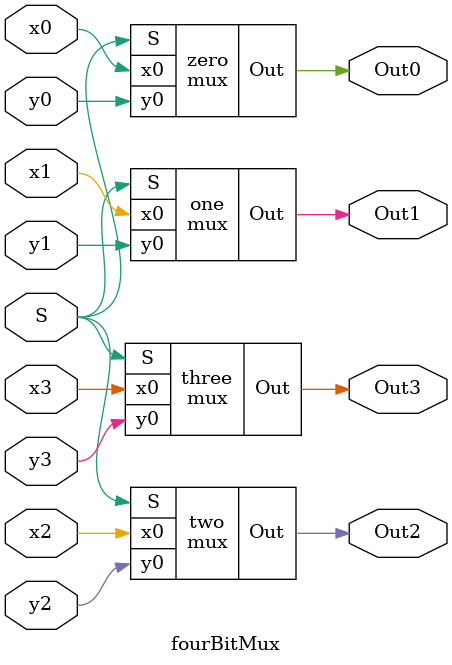
<source format=v>
module mux(x0,y0,S,Out);
	input x0,y0, S;
	output Out;

	and(a1,x0,~S);
	and(a2,y0,S);
	
	or(Out,a1,a2);

endmodule


module fourBitMux(x0,x1,x2,x3,y0,y1,y2,y3,S,Out0,Out1,Out2,Out3);
	input x0,x1,x2,x3,y0,y1,y2,y3,S;
	output Out0,Out1,Out2,Out3;
	
	mux zero(x0,y0,S,Out0);
	mux one(x1,y1,S,Out1);
	mux two(x2,y2,S,Out2);
	mux three(x3,y3,S,Out3);	

endmodule

</source>
